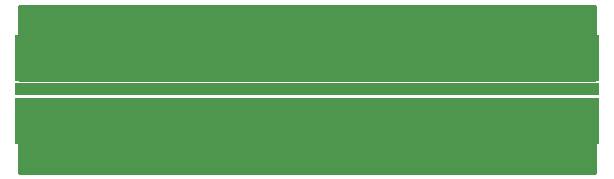
<source format=gbr>
G04 #@! TF.FileFunction,Copper,L1,Top,Signal*
%FSLAX46Y46*%
G04 Gerber Fmt 4.6, Leading zero omitted, Abs format (unit mm)*
G04 Created by KiCad (PCBNEW 4.0.2-stable) date Mon Jul  4 16:25:18 2016*
%MOMM*%
G01*
G04 APERTURE LIST*
%ADD10C,0.100000*%
%ADD11C,0.600000*%
%ADD12R,6.000000X1.000000*%
%ADD13R,6.000000X4.000000*%
%ADD14C,1.000000*%
%ADD15C,0.254000*%
G04 APERTURE END LIST*
D10*
D11*
X120000000Y-85000000D03*
X125000000Y-85000000D03*
X130000000Y-85000000D03*
X135000000Y-85000000D03*
X140000000Y-85000000D03*
X145000000Y-85000000D03*
X150000000Y-85000000D03*
X155000000Y-85000000D03*
X160000000Y-85000000D03*
X160000000Y-95000000D03*
X155000000Y-95000000D03*
X150000000Y-95000000D03*
X145000000Y-95000000D03*
X140000000Y-95000000D03*
X135000000Y-95000000D03*
X130000000Y-95000000D03*
X125000000Y-95000000D03*
X120000000Y-95000000D03*
X163000000Y-91000000D03*
X162000000Y-91000000D03*
X161000000Y-91000000D03*
X160000000Y-91000000D03*
X159000000Y-91000000D03*
X158000000Y-91000000D03*
X157000000Y-91000000D03*
X156000000Y-91000000D03*
X155000000Y-91000000D03*
X154000000Y-91000000D03*
X153000000Y-91000000D03*
X152000000Y-91000000D03*
X151000000Y-91000000D03*
X150000000Y-91000000D03*
X149000000Y-91000000D03*
X148000000Y-91000000D03*
X147000000Y-91000000D03*
X146000000Y-91000000D03*
X145000000Y-91000000D03*
X144000000Y-91000000D03*
X143000000Y-91000000D03*
X142000000Y-91000000D03*
X141000000Y-91000000D03*
X140000000Y-91000000D03*
X139000000Y-91000000D03*
X138000000Y-91000000D03*
X137000000Y-91000000D03*
X136000000Y-91000000D03*
X135000000Y-91000000D03*
X134000000Y-91000000D03*
X133000000Y-91000000D03*
X132000000Y-91000000D03*
X131000000Y-91000000D03*
X130000000Y-91000000D03*
X129000000Y-91000000D03*
X128000000Y-91000000D03*
X127000000Y-91000000D03*
X126000000Y-91000000D03*
X125000000Y-91000000D03*
X124000000Y-91000000D03*
X123000000Y-91000000D03*
X122000000Y-91000000D03*
X121000000Y-91000000D03*
X120000000Y-91000000D03*
X119000000Y-91000000D03*
X118000000Y-91000000D03*
X117000000Y-91000000D03*
X116000000Y-91000000D03*
X163000000Y-89000000D03*
X162000000Y-89000000D03*
X161000000Y-89000000D03*
X160000000Y-89000000D03*
X159000000Y-89000000D03*
X158000000Y-89000000D03*
X157000000Y-89000000D03*
X156000000Y-89000000D03*
X155000000Y-89000000D03*
X154000000Y-89000000D03*
X153000000Y-89000000D03*
X152000000Y-89000000D03*
X151000000Y-89000000D03*
X150000000Y-89000000D03*
X149000000Y-89000000D03*
X148000000Y-89000000D03*
X147000000Y-89000000D03*
X146000000Y-89000000D03*
X145000000Y-89000000D03*
X144000000Y-89000000D03*
X143000000Y-89000000D03*
X142000000Y-89000000D03*
X141000000Y-89000000D03*
X140000000Y-89000000D03*
X139000000Y-89000000D03*
X138000000Y-89000000D03*
X137000000Y-89000000D03*
X136000000Y-89000000D03*
X135000000Y-89000000D03*
X134000000Y-89000000D03*
X133000000Y-89000000D03*
X132000000Y-89000000D03*
X131000000Y-89000000D03*
X130000000Y-89000000D03*
X129000000Y-89000000D03*
X128000000Y-89000000D03*
X127000000Y-89000000D03*
X126000000Y-89000000D03*
X125000000Y-89000000D03*
X124000000Y-89000000D03*
X123000000Y-89000000D03*
X122000000Y-89000000D03*
X121000000Y-89000000D03*
X120000000Y-89000000D03*
X119000000Y-89000000D03*
X118000000Y-89000000D03*
X117000000Y-89000000D03*
X116000000Y-89000000D03*
X115000000Y-91000000D03*
D12*
X117500000Y-90000000D03*
D13*
X117500000Y-92700000D03*
X117500000Y-87300000D03*
D12*
X161000000Y-90000000D03*
D13*
X161000000Y-87300000D03*
X161000000Y-92700000D03*
D11*
X115000000Y-89000000D03*
X161000000Y-92700000D03*
X161000000Y-87300000D03*
X117500000Y-92700000D03*
X117500000Y-87300000D03*
D14*
X117500000Y-90000000D02*
X135000000Y-90000000D01*
X135000000Y-90000000D02*
X161000000Y-90000000D01*
D15*
G36*
X158000000Y-90833406D02*
X163598000Y-90833406D01*
X163598000Y-97098000D01*
X114902000Y-97098000D01*
X114902000Y-90833406D01*
X120500000Y-90833406D01*
X120534046Y-90827000D01*
X157968367Y-90827000D01*
X158000000Y-90833406D01*
X158000000Y-90833406D01*
G37*
X158000000Y-90833406D02*
X163598000Y-90833406D01*
X163598000Y-97098000D01*
X114902000Y-97098000D01*
X114902000Y-90833406D01*
X120500000Y-90833406D01*
X120534046Y-90827000D01*
X157968367Y-90827000D01*
X158000000Y-90833406D01*
G36*
X163598000Y-89166594D02*
X158000000Y-89166594D01*
X157965954Y-89173000D01*
X120531633Y-89173000D01*
X120500000Y-89166594D01*
X114902000Y-89166594D01*
X114902000Y-82902000D01*
X163598000Y-82902000D01*
X163598000Y-89166594D01*
X163598000Y-89166594D01*
G37*
X163598000Y-89166594D02*
X158000000Y-89166594D01*
X157965954Y-89173000D01*
X120531633Y-89173000D01*
X120500000Y-89166594D01*
X114902000Y-89166594D01*
X114902000Y-82902000D01*
X163598000Y-82902000D01*
X163598000Y-89166594D01*
M02*

</source>
